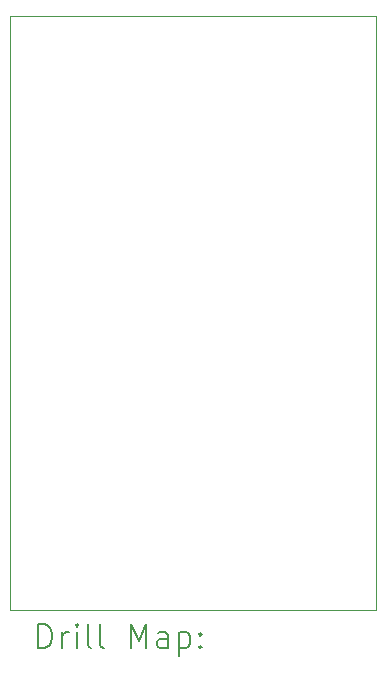
<source format=gbr>
%TF.GenerationSoftware,KiCad,Pcbnew,7.0.1-0*%
%TF.CreationDate,2023-07-16T16:48:49+03:00*%
%TF.ProjectId,HC2000-Modulator,48433230-3030-42d4-9d6f-64756c61746f,rev?*%
%TF.SameCoordinates,Original*%
%TF.FileFunction,Drillmap*%
%TF.FilePolarity,Positive*%
%FSLAX45Y45*%
G04 Gerber Fmt 4.5, Leading zero omitted, Abs format (unit mm)*
G04 Created by KiCad (PCBNEW 7.0.1-0) date 2023-07-16 16:48:49*
%MOMM*%
%LPD*%
G01*
G04 APERTURE LIST*
%ADD10C,0.100000*%
%ADD11C,0.200000*%
G04 APERTURE END LIST*
D10*
X25847000Y-20721200D02*
X25847000Y-15692000D01*
X25847000Y-15692000D02*
X28945800Y-15692000D01*
X28945800Y-15692000D02*
X28945800Y-20721200D01*
X28945800Y-20721200D02*
X25847000Y-20721200D01*
D11*
X26089619Y-21038724D02*
X26089619Y-20838724D01*
X26089619Y-20838724D02*
X26137238Y-20838724D01*
X26137238Y-20838724D02*
X26165809Y-20848248D01*
X26165809Y-20848248D02*
X26184857Y-20867295D01*
X26184857Y-20867295D02*
X26194381Y-20886343D01*
X26194381Y-20886343D02*
X26203905Y-20924438D01*
X26203905Y-20924438D02*
X26203905Y-20953010D01*
X26203905Y-20953010D02*
X26194381Y-20991105D01*
X26194381Y-20991105D02*
X26184857Y-21010152D01*
X26184857Y-21010152D02*
X26165809Y-21029200D01*
X26165809Y-21029200D02*
X26137238Y-21038724D01*
X26137238Y-21038724D02*
X26089619Y-21038724D01*
X26289619Y-21038724D02*
X26289619Y-20905390D01*
X26289619Y-20943486D02*
X26299143Y-20924438D01*
X26299143Y-20924438D02*
X26308667Y-20914914D01*
X26308667Y-20914914D02*
X26327714Y-20905390D01*
X26327714Y-20905390D02*
X26346762Y-20905390D01*
X26413428Y-21038724D02*
X26413428Y-20905390D01*
X26413428Y-20838724D02*
X26403905Y-20848248D01*
X26403905Y-20848248D02*
X26413428Y-20857771D01*
X26413428Y-20857771D02*
X26422952Y-20848248D01*
X26422952Y-20848248D02*
X26413428Y-20838724D01*
X26413428Y-20838724D02*
X26413428Y-20857771D01*
X26537238Y-21038724D02*
X26518190Y-21029200D01*
X26518190Y-21029200D02*
X26508667Y-21010152D01*
X26508667Y-21010152D02*
X26508667Y-20838724D01*
X26642000Y-21038724D02*
X26622952Y-21029200D01*
X26622952Y-21029200D02*
X26613428Y-21010152D01*
X26613428Y-21010152D02*
X26613428Y-20838724D01*
X26870571Y-21038724D02*
X26870571Y-20838724D01*
X26870571Y-20838724D02*
X26937238Y-20981581D01*
X26937238Y-20981581D02*
X27003905Y-20838724D01*
X27003905Y-20838724D02*
X27003905Y-21038724D01*
X27184857Y-21038724D02*
X27184857Y-20933962D01*
X27184857Y-20933962D02*
X27175333Y-20914914D01*
X27175333Y-20914914D02*
X27156286Y-20905390D01*
X27156286Y-20905390D02*
X27118190Y-20905390D01*
X27118190Y-20905390D02*
X27099143Y-20914914D01*
X27184857Y-21029200D02*
X27165809Y-21038724D01*
X27165809Y-21038724D02*
X27118190Y-21038724D01*
X27118190Y-21038724D02*
X27099143Y-21029200D01*
X27099143Y-21029200D02*
X27089619Y-21010152D01*
X27089619Y-21010152D02*
X27089619Y-20991105D01*
X27089619Y-20991105D02*
X27099143Y-20972057D01*
X27099143Y-20972057D02*
X27118190Y-20962533D01*
X27118190Y-20962533D02*
X27165809Y-20962533D01*
X27165809Y-20962533D02*
X27184857Y-20953010D01*
X27280095Y-20905390D02*
X27280095Y-21105390D01*
X27280095Y-20914914D02*
X27299143Y-20905390D01*
X27299143Y-20905390D02*
X27337238Y-20905390D01*
X27337238Y-20905390D02*
X27356286Y-20914914D01*
X27356286Y-20914914D02*
X27365809Y-20924438D01*
X27365809Y-20924438D02*
X27375333Y-20943486D01*
X27375333Y-20943486D02*
X27375333Y-21000629D01*
X27375333Y-21000629D02*
X27365809Y-21019676D01*
X27365809Y-21019676D02*
X27356286Y-21029200D01*
X27356286Y-21029200D02*
X27337238Y-21038724D01*
X27337238Y-21038724D02*
X27299143Y-21038724D01*
X27299143Y-21038724D02*
X27280095Y-21029200D01*
X27461048Y-21019676D02*
X27470571Y-21029200D01*
X27470571Y-21029200D02*
X27461048Y-21038724D01*
X27461048Y-21038724D02*
X27451524Y-21029200D01*
X27451524Y-21029200D02*
X27461048Y-21019676D01*
X27461048Y-21019676D02*
X27461048Y-21038724D01*
X27461048Y-20914914D02*
X27470571Y-20924438D01*
X27470571Y-20924438D02*
X27461048Y-20933962D01*
X27461048Y-20933962D02*
X27451524Y-20924438D01*
X27451524Y-20924438D02*
X27461048Y-20914914D01*
X27461048Y-20914914D02*
X27461048Y-20933962D01*
M02*

</source>
